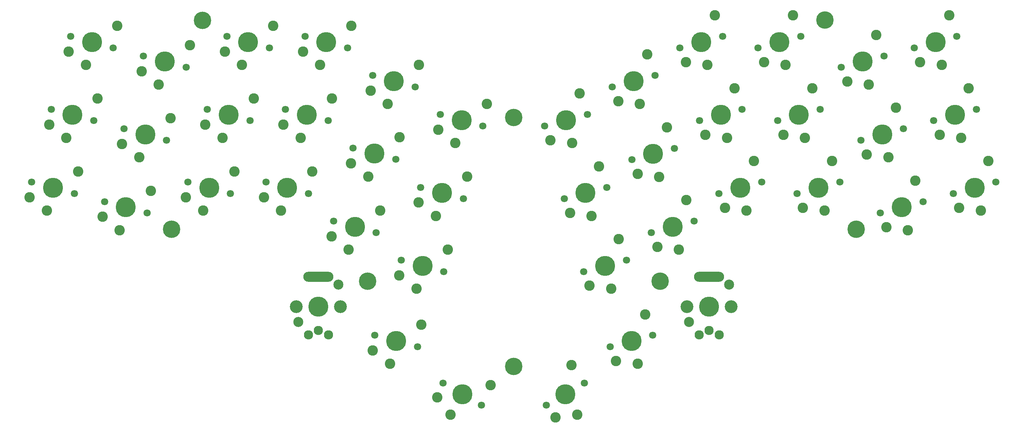
<source format=gbs>
G04 #@! TF.GenerationSoftware,KiCad,Pcbnew,(5.99.0-12889-g70df3822b5)*
G04 #@! TF.CreationDate,2021-11-23T08:41:31-05:00*
G04 #@! TF.ProjectId,skidPlate,736b6964-506c-4617-9465-2e6b69636164,rev?*
G04 #@! TF.SameCoordinates,Original*
G04 #@! TF.FileFunction,Soldermask,Bot*
G04 #@! TF.FilePolarity,Negative*
%FSLAX46Y46*%
G04 Gerber Fmt 4.6, Leading zero omitted, Abs format (unit mm)*
G04 Created by KiCad (PCBNEW (5.99.0-12889-g70df3822b5)) date 2021-11-23 08:41:31*
%MOMM*%
%LPD*%
G01*
G04 APERTURE LIST*
%ADD10C,5.000000*%
%ADD11C,2.600000*%
%ADD12C,1.800000*%
%ADD13O,7.500000X2.500000*%
%ADD14C,3.200000*%
%ADD15C,2.500000*%
%ADD16C,2.300000*%
%ADD17C,4.350000*%
G04 APERTURE END LIST*
D10*
X46409657Y-84121555D03*
D11*
X44882625Y-89820517D03*
X40596515Y-86497978D03*
D12*
X41097065Y-82698050D03*
D11*
X52675732Y-80054762D03*
D12*
X51722249Y-85545060D03*
D10*
X217710104Y-84121555D03*
D12*
X212397512Y-85545060D03*
D11*
X221103287Y-77466571D03*
D12*
X223022696Y-82698050D03*
D11*
X219237136Y-89820517D03*
X213863987Y-89086168D03*
D12*
X218156898Y-64538645D03*
D11*
X208998189Y-70926763D03*
X216237489Y-59307166D03*
X214371338Y-71661112D03*
D12*
X207531714Y-67385655D03*
D10*
X212844306Y-65962150D03*
D12*
X178686274Y-105008252D03*
D11*
X187392049Y-96929763D03*
X185525898Y-109283709D03*
X180152749Y-108549360D03*
D10*
X183998866Y-103584747D03*
D12*
X189311458Y-102161242D03*
D11*
X272253563Y-89086168D03*
D12*
X281412272Y-82698050D03*
D11*
X277626712Y-89820517D03*
D10*
X276099680Y-84121555D03*
D12*
X270787088Y-85545060D03*
D11*
X279492863Y-77466571D03*
D10*
X95067638Y-47802744D03*
D11*
X93540606Y-53501706D03*
X89254496Y-50179167D03*
X101333713Y-43735951D03*
D12*
X100380230Y-49226249D03*
X89755046Y-46379239D03*
X179579862Y-65842431D03*
D10*
X174267270Y-67265936D03*
D11*
X170421153Y-72230549D03*
D12*
X168954678Y-68689441D03*
D11*
X175794302Y-72964898D03*
X177660453Y-60610952D03*
X115931107Y-61895357D03*
X108138000Y-71661112D03*
D12*
X104352440Y-64538645D03*
D11*
X103851890Y-68338573D03*
D10*
X109665032Y-65962150D03*
D12*
X114977624Y-67385655D03*
D13*
X209938945Y-106266490D03*
D14*
X204438945Y-113766490D03*
D15*
X214938945Y-108216490D03*
D16*
X209938945Y-119666490D03*
X212438945Y-120766490D03*
D10*
X209938945Y-113766490D03*
D15*
X204938945Y-117566490D03*
D16*
X207438945Y-120766490D03*
D14*
X215438945Y-113766490D03*
D12*
X252627683Y-90410858D03*
D10*
X257940275Y-88987353D03*
D11*
X254094158Y-93951966D03*
X259467307Y-94686315D03*
D12*
X263252867Y-87563848D03*
D11*
X261333458Y-82332369D03*
X145464032Y-140701337D03*
X155519159Y-133285346D03*
D10*
X148414032Y-135591787D03*
D12*
X143650892Y-132841787D03*
X153177172Y-138341787D03*
D11*
X142183905Y-136382684D03*
D12*
X190676095Y-77117251D03*
X201301279Y-74270241D03*
D11*
X197515719Y-81392708D03*
X199381870Y-69038762D03*
D10*
X195988687Y-75693746D03*
D11*
X192142570Y-80658359D03*
X98986092Y-86497978D03*
X103272202Y-89820517D03*
D10*
X104799234Y-84121555D03*
D12*
X110111826Y-85545060D03*
X99486642Y-82698050D03*
D11*
X111065309Y-80054762D03*
X249228360Y-75792560D03*
D10*
X253074477Y-70827947D03*
D11*
X256467660Y-64172963D03*
D12*
X247761885Y-72251452D03*
D11*
X254601509Y-76526909D03*
D12*
X258387069Y-69404442D03*
X276546474Y-64538644D03*
D11*
X274627065Y-59307165D03*
D12*
X265921290Y-67385654D03*
D10*
X271233882Y-65962149D03*
D11*
X272760914Y-71661111D03*
X267387765Y-70926762D03*
D10*
X227441700Y-47802744D03*
D11*
X228968732Y-53501706D03*
D12*
X222129108Y-49226249D03*
D11*
X223595583Y-52767357D03*
D12*
X232754292Y-46379239D03*
D11*
X230834883Y-41147760D03*
X175650434Y-128285346D03*
X177045307Y-140701337D03*
D12*
X178858447Y-132841787D03*
D10*
X174095307Y-135591787D03*
D11*
X171665180Y-141382684D03*
D12*
X169332167Y-138341787D03*
D11*
X144776547Y-99517954D03*
X136983440Y-109283709D03*
X132697330Y-105961170D03*
D10*
X138510472Y-103584747D03*
D12*
X133197880Y-102161242D03*
X143823064Y-105008252D03*
D11*
X91602117Y-80054762D03*
D10*
X85336042Y-84121555D03*
D12*
X90648634Y-85545060D03*
D11*
X83809010Y-89820517D03*
D12*
X80023450Y-82698050D03*
D11*
X79522900Y-86497978D03*
D17*
X246564578Y-94442594D03*
X124816231Y-107378065D03*
X238796387Y-42288398D03*
X75944760Y-94442594D03*
X161254669Y-66612167D03*
X161254669Y-128687046D03*
X83691940Y-42347504D03*
X197693107Y-107378065D03*
D16*
X110070393Y-120766490D03*
D14*
X107070393Y-113766490D03*
D15*
X117570393Y-108216490D03*
D13*
X112570393Y-106266490D03*
D14*
X118070393Y-113766490D03*
D16*
X115070393Y-120766490D03*
D10*
X112570393Y-113766490D03*
D16*
X112570393Y-119666490D03*
D15*
X107570393Y-117566490D03*
D12*
X253521271Y-51245037D03*
D11*
X244362562Y-57633155D03*
D10*
X248208679Y-52668542D03*
D11*
X249735711Y-58367504D03*
X251601862Y-46013558D03*
D12*
X242896087Y-54092047D03*
X153554660Y-68689442D03*
D11*
X146715036Y-72964899D03*
D12*
X142929476Y-65842432D03*
D10*
X148242068Y-67265937D03*
D11*
X154508143Y-63199144D03*
X142428926Y-69642360D03*
D12*
X59256470Y-87563848D03*
D10*
X64569062Y-88987353D03*
D12*
X69881654Y-90410858D03*
D11*
X63042030Y-94686315D03*
X58755920Y-91363776D03*
X70835137Y-84920560D03*
D12*
X50828661Y-46379239D03*
D10*
X56141253Y-47802744D03*
D11*
X54614221Y-53501706D03*
X50328111Y-50179167D03*
X62407328Y-43735951D03*
D12*
X61453845Y-49226249D03*
D11*
X138194964Y-118252893D03*
X126115747Y-124696109D03*
D12*
X126616297Y-120896181D03*
D10*
X131928889Y-122319686D03*
D11*
X130401857Y-128018648D03*
D12*
X137241481Y-123743191D03*
X126967445Y-95276657D03*
X116342261Y-92429647D03*
D10*
X121654853Y-93853152D03*
D11*
X120127821Y-99552114D03*
X127920928Y-89786359D03*
X115841711Y-96229575D03*
D12*
X131816507Y-77035590D03*
D11*
X124976883Y-81311047D03*
D10*
X126503915Y-75612085D03*
D11*
X132769990Y-71545292D03*
D12*
X121191323Y-74188580D03*
D11*
X120690773Y-77988508D03*
D12*
X185810297Y-58957845D03*
D10*
X191122889Y-57534340D03*
D12*
X196435481Y-56110835D03*
D11*
X194516072Y-50879356D03*
X192649921Y-63233302D03*
X187276772Y-62498953D03*
D10*
X90201840Y-65962149D03*
D11*
X96467915Y-61895356D03*
X88674808Y-71661111D03*
D12*
X95514432Y-67385654D03*
D11*
X84388698Y-68338572D03*
D12*
X84889248Y-64538644D03*
D11*
X120796905Y-43735951D03*
D12*
X119843422Y-49226249D03*
D10*
X114530830Y-47802744D03*
D12*
X109218238Y-46379239D03*
D11*
X113003798Y-53501706D03*
X108717688Y-50179167D03*
D12*
X56588047Y-67385654D03*
D11*
X45462313Y-68338572D03*
D12*
X45962863Y-64538644D03*
D11*
X49748423Y-71661111D03*
D10*
X51275455Y-65962149D03*
D11*
X57541530Y-61895356D03*
X238700328Y-89820517D03*
X240566479Y-77466571D03*
D12*
X242485888Y-82698050D03*
X231860704Y-85545060D03*
D11*
X233327179Y-89086168D03*
D10*
X237173296Y-84121555D03*
D11*
X149642345Y-81358549D03*
X141849238Y-91124304D03*
D12*
X138063678Y-84001837D03*
D11*
X137563128Y-87801765D03*
D10*
X143376270Y-85425342D03*
D12*
X148688862Y-86848847D03*
D11*
X235700681Y-59307166D03*
D12*
X237620090Y-64538645D03*
D11*
X228461381Y-70926763D03*
D12*
X226994906Y-67385655D03*
D10*
X232307498Y-65962150D03*
D11*
X233834530Y-71661112D03*
X125573307Y-59910764D03*
X129859417Y-63233303D03*
D10*
X131386449Y-57534341D03*
D12*
X136699041Y-58957846D03*
D11*
X137652524Y-53467548D03*
D12*
X126073857Y-56110836D03*
X202665916Y-49226249D03*
D11*
X204132391Y-52767357D03*
X211371691Y-41147760D03*
D10*
X207978508Y-47802744D03*
D12*
X213291100Y-46379239D03*
D11*
X209505540Y-53501706D03*
D12*
X79613250Y-54092048D03*
D11*
X68487516Y-55044966D03*
X80566733Y-48601750D03*
D12*
X68988066Y-51245038D03*
D10*
X74300658Y-52668543D03*
D11*
X72773626Y-58367505D03*
D12*
X195893041Y-120896181D03*
X185267857Y-123743191D03*
D11*
X192107481Y-128018648D03*
D10*
X190580449Y-122319686D03*
D11*
X186734332Y-127284299D03*
X193973632Y-115664702D03*
D12*
X173820476Y-86848846D03*
X184445660Y-84001836D03*
D10*
X179133068Y-85425341D03*
D11*
X182526251Y-78770357D03*
X180660100Y-91124303D03*
X175286951Y-90389954D03*
X197008368Y-98817764D03*
X202381517Y-99552113D03*
X204247668Y-87198167D03*
D12*
X206167077Y-92429646D03*
X195541893Y-95276656D03*
D10*
X200854485Y-93853151D03*
D12*
X74747452Y-72251453D03*
D11*
X75700935Y-66761155D03*
D12*
X64122268Y-69404443D03*
D11*
X63621718Y-73204371D03*
D10*
X69434860Y-70827948D03*
D11*
X67907828Y-76526910D03*
X262521967Y-52767357D03*
D12*
X261055492Y-49226249D03*
D10*
X266368084Y-47802744D03*
D11*
X267895116Y-53501706D03*
X269761267Y-41147760D03*
D12*
X271680676Y-46379239D03*
M02*

</source>
